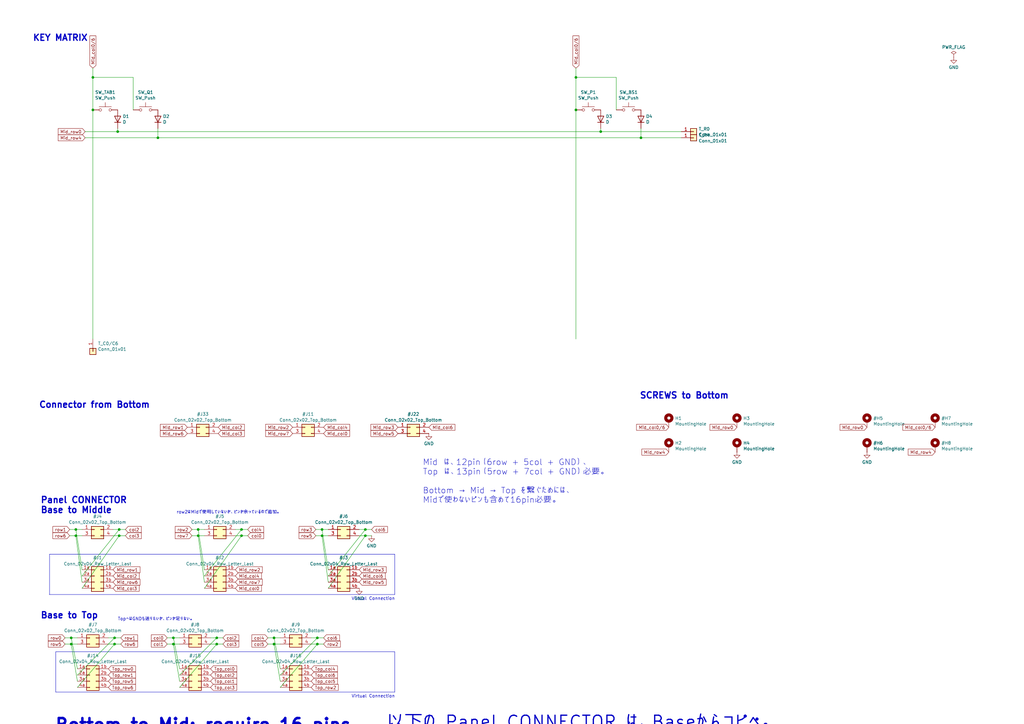
<source format=kicad_sch>
(kicad_sch (version 20231120) (generator "eeschema") (generator_version "8.0")
  (paper "A3")
  (title_block (title "Sandy") (date "2023-01-04") (rev "v.0") (company "@jpskenn"))
  (lib_symbols
    (symbol "Connector_Generic:Conn_01x01" (pin_names (offset 1.016) hide)
      (property "Reference" "J" (at 0 2.54 0))
      (property "Value" "Conn_01x01" (at 0 -2.54 0))
      (symbol "Conn_01x01_1_1"
        (rectangle (start -1.27 0.127) (end 0 -0.127) (stroke (width 0.1524)))
        (rectangle (start -1.27 1.27) (end 1.27 -1.27) (stroke (width 0.254)) (fill (type background)))
        (pin passive line (at -5.08 0 0) (length 3.81) (name "Pin_1") (number "1"))
      )
    )
    (symbol "Connector_Generic:Conn_02x02_Odd_Even" (pin_names (offset 1.016) hide)
      (property "Reference" "J" (at 1.27 2.54 0))
      (property "Value" "Conn_02x02_Odd_Even" (at 1.27 -5.08 0))
      (symbol "Conn_02x02_Odd_Even_1_1"
        (rectangle (start -1.27 -2.413) (end 0 -2.667) (stroke (width 0.1524)))
        (rectangle (start -1.27 0.127) (end 0 -0.127) (stroke (width 0.1524)))
        (rectangle (start -1.27 1.27) (end 3.81 -3.81) (stroke (width 0.254)) (fill (type background)))
        (rectangle (start 3.81 -2.413) (end 2.54 -2.667) (stroke (width 0.1524)))
        (rectangle (start 3.81 0.127) (end 2.54 -0.127) (stroke (width 0.1524)))
        (pin passive line (at -5.08 0 0) (length 3.81) (name "Pin_1") (number "1"))
        (pin passive line (at 7.62 0 180) (length 3.81) (name "Pin_2") (number "2"))
        (pin passive line (at -5.08 -2.54 0) (length 3.81) (name "Pin_3") (number "3"))
        (pin passive line (at 7.62 -2.54 180) (length 3.81) (name "Pin_4") (number "4"))
      )
    )
    (symbol "Connector_Generic:Conn_02x04_Row_Letter_Last" (pin_names (offset 1.016) hide)
      (property "Reference" "J" (at 1.27 5.08 0))
      (property "Value" "Conn_02x04_Row_Letter_Last" (at 1.27 -7.62 0))
      (symbol "Conn_02x04_Row_Letter_Last_1_1"
        (rectangle (start -1.27 -4.953) (end 0 -5.207) (stroke (width 0.1524)))
        (rectangle (start -1.27 -2.413) (end 0 -2.667) (stroke (width 0.1524)))
        (rectangle (start -1.27 0.127) (end 0 -0.127) (stroke (width 0.1524)))
        (rectangle (start -1.27 2.667) (end 0 2.413) (stroke (width 0.1524)))
        (rectangle (start -1.27 3.81) (end 3.81 -6.35) (stroke (width 0.254)) (fill (type background)))
        (rectangle (start 3.81 -4.953) (end 2.54 -5.207) (stroke (width 0.1524)))
        (rectangle (start 3.81 -2.413) (end 2.54 -2.667) (stroke (width 0.1524)))
        (rectangle (start 3.81 0.127) (end 2.54 -0.127) (stroke (width 0.1524)))
        (rectangle (start 3.81 2.667) (end 2.54 2.413) (stroke (width 0.1524)))
        (pin passive line (at -5.08 2.54 0) (length 3.81) (name "Pin_1a") (number "1a"))
        (pin passive line (at 7.62 2.54 180) (length 3.81) (name "Pin_1b") (number "1b"))
        (pin passive line (at -5.08 0 0) (length 3.81) (name "Pin_2a") (number "2a"))
        (pin passive line (at 7.62 0 180) (length 3.81) (name "Pin_2b") (number "2b"))
        (pin passive line (at -5.08 -2.54 0) (length 3.81) (name "Pin_3a") (number "3a"))
        (pin passive line (at 7.62 -2.54 180) (length 3.81) (name "Pin_3b") (number "3b"))
        (pin passive line (at -5.08 -5.08 0) (length 3.81) (name "Pin_4a") (number "4a"))
        (pin passive line (at 7.62 -5.08 180) (length 3.81) (name "Pin_4b") (number "4b"))
      )
    )
    (symbol "Device:D" (pin_numbers hide) (pin_names (offset 1.016) hide)
      (property "Reference" "D" (at 0 2.54 0))
      (property "Value" "D" (at 0 -2.54 0))
      (symbol "D_0_1"
        (polyline (pts (xy -1.27 1.27) (xy -1.27 -1.27)) (stroke (width 0.254)))
        (polyline (pts (xy 1.27 0) (xy -1.27 0)))
        (polyline (pts (xy 1.27 1.27) (xy 1.27 -1.27) (xy -1.27 0) (xy 1.27 1.27)) (stroke (width 0.254)))
      )
      (symbol "D_1_1"
        (pin passive line (at -3.81 0 0) (length 2.54) (name "K") (number "1"))
        (pin passive line (at 3.81 0 180) (length 2.54) (name "A") (number "2"))
      )
    )
    (symbol "Mechanical:MountingHole_Pad" (pin_numbers hide) (pin_names (offset 1.016) hide)
      (property "Reference" "H" (at 0 6.35 0))
      (property "Value" "MountingHole_Pad" (at 0 4.445 0))
      (symbol "MountingHole_Pad_0_1"
        (circle (center 0 1.27) (radius 1.27) (stroke (width 1.27)))
      )
      (symbol "MountingHole_Pad_1_1"
        (pin input line (at 0 -2.54 90) (length 2.54) (name "1") (number "1"))
      )
    )
    (symbol "Switch:SW_Push" (pin_numbers hide) (pin_names (offset 1.016) hide)
      (property "Reference" "SW" (at 1.27 2.54 0))
      (property "Value" "SW_Push" (at 0 -1.524 0))
      (symbol "SW_Push_0_1"
        (circle (center -2.032 0) (radius 0.508))
        (polyline (pts (xy 0 1.27) (xy 0 3.048)))
        (polyline (pts (xy 2.54 1.27) (xy -2.54 1.27)))
        (circle (center 2.032 0) (radius 0.508))
        (pin passive line (at -5.08 0 0) (length 2.54) (name "1") (number "1"))
        (pin passive line (at 5.08 0 180) (length 2.54) (name "2") (number "2"))
      )
    )
    (symbol "power:GND" (power) (pin_numbers hide) (pin_names (offset 0) hide)
      (property "Value" "GND" (at 0 -3.81 0))
      (symbol "GND_0_1"
        (polyline (pts (xy 0 0) (xy 0 -1.27) (xy 1.27 -1.27) (xy 0 -2.54) (xy -1.27 -1.27) (xy 0 -1.27)))
      )
      (symbol "GND_1_1"
        (pin power_in line (at 0 0 270) (length 0) (name "~") (number "1"))
      )
    )
    (symbol "power:PWR_FLAG" (power) (pin_numbers hide) (pin_names (offset 0) hide)
      (property "Value" "PWR_FLAG" (at 0 3.81 0))
      (symbol "PWR_FLAG_0_0"
        (pin power_out line (at 0 0 90) (length 0) (name "~") (number "1"))
      )
      (symbol "PWR_FLAG_0_1"
        (polyline (pts (xy 0 0) (xy 0 1.27) (xy -1.016 1.905) (xy 0 2.54) (xy 1.016 1.905) (xy 0 1.27)))
      )
    )
  )
  (bus_alias "def-a" (members "row0" "row5" "col0" "col1"))
  (junction (at 236.22 45.085))
  (junction (at 130.175 264.16))
  (junction (at 132.08 219.71))
  (junction (at 31.115 217.17))
  (junction (at 48.895 217.17))
  (junction (at 112.395 264.16))
  (junction (at 48.26 53.975))
  (junction (at 48.895 219.71))
  (junction (at 149.86 219.71))
  (junction (at 46.99 264.16))
  (junction (at 99.06 217.17))
  (junction (at 29.21 261.62))
  (junction (at 64.77 56.515))
  (junction (at 71.12 261.62))
  (junction (at 262.89 56.515))
  (junction (at 31.115 219.71))
  (junction (at 236.22 31.75))
  (junction (at 81.28 219.71))
  (junction (at 38.1 31.75))
  (junction (at 132.08 217.17))
  (junction (at 246.38 53.975))
  (junction (at 29.21 264.16))
  (junction (at 88.9 261.62))
  (junction (at 38.1 45.085))
  (junction (at 149.86 217.17))
  (junction (at 71.12 264.16))
  (junction (at 46.99 261.62))
  (junction (at 112.395 261.62))
  (junction (at 130.175 261.62))
  (junction (at 99.06 219.71))
  (junction (at 81.28 217.17))
  (junction (at 88.9 264.16))
  (wire (pts (xy 127.635 261.62) (xy 130.175 261.62)))
  (wire (pts (xy 246.38 52.705) (xy 246.38 53.975)))
  (wire (pts (xy 68.58 264.16) (xy 71.12 264.16)))
  (wire (pts (xy 130.175 264.16) (xy 127.635 264.16)))
  (wire (pts (xy 132.08 219.71) (xy 134.62 219.71)))
  (wire (pts (xy 236.22 27.94) (xy 236.22 31.75)))
  (wire (pts (xy 246.38 53.975) (xy 279.4 53.975)))
  (wire (pts (xy 112.395 264.16) (xy 114.935 264.16)))
  (polyline (pts (xy 20.2107 243.84) (xy 161.925 243.84)))
  (polyline (pts (xy 22.86 267.335) (xy 161.925 267.335)))
  (polyline (pts (xy 22.86 267.335) (xy 22.86 283.845)))
  (wire (pts (xy 48.895 217.17) (xy 51.435 217.17)))
  (wire (pts (xy 262.89 52.705) (xy 262.89 56.515)))
  (wire (pts (xy 109.855 261.62) (xy 112.395 261.62)))
  (wire (pts (xy 147.32 217.17) (xy 149.86 217.17)))
  (polyline (pts (xy 161.925 267.335) (xy 161.925 283.845)))
  (polyline (pts (xy 20.32 227.33) (xy 20.32 243.84)))
  (wire (pts (xy 28.575 219.71) (xy 31.115 219.71)))
  (wire (pts (xy 134.62 238.76) (xy 132.08 219.71)))
  (wire (pts (xy 73.66 276.86) (xy 88.9 261.62)))
  (wire (pts (xy 73.66 279.4) (xy 71.12 264.16)))
  (wire (pts (xy 29.21 261.62) (xy 31.75 261.62)))
  (wire (pts (xy 38.1 27.94) (xy 38.1 31.75)))
  (wire (pts (xy 81.28 217.17) (xy 83.82 217.17)))
  (wire (pts (xy 26.67 264.16) (xy 29.21 264.16)))
  (wire (pts (xy 99.06 219.71) (xy 101.6 219.71)))
  (wire (pts (xy 73.66 274.32) (xy 71.12 261.62)))
  (wire (pts (xy 96.52 217.17) (xy 99.06 217.17)))
  (wire (pts (xy 99.06 217.17) (xy 101.6 217.17)))
  (wire (pts (xy 44.45 261.62) (xy 46.99 261.62)))
  (wire (pts (xy 147.32 219.71) (xy 149.86 219.71)))
  (wire (pts (xy 49.53 264.16) (xy 46.99 264.16)))
  (wire (pts (xy 28.575 217.17) (xy 31.115 217.17)))
  (wire (pts (xy 73.66 281.94) (xy 88.9 264.16)))
  (wire (pts (xy 38.1 31.75) (xy 38.1 45.085)))
  (wire (pts (xy 88.9 261.62) (xy 91.44 261.62)))
  (wire (pts (xy 46.99 261.62) (xy 49.53 261.62)))
  (wire (pts (xy 34.925 56.515) (xy 64.77 56.515)))
  (wire (pts (xy 129.54 217.17) (xy 132.08 217.17)))
  (wire (pts (xy 81.28 219.71) (xy 83.82 219.71)))
  (wire (pts (xy 38.1 45.085) (xy 38.1 139.065)))
  (wire (pts (xy 252.73 31.75) (xy 236.22 31.75)))
  (wire (pts (xy 31.75 276.86) (xy 46.99 261.62)))
  (wire (pts (xy 48.895 219.71) (xy 51.435 219.71)))
  (wire (pts (xy 130.175 264.16) (xy 132.715 264.16)))
  (wire (pts (xy 46.355 217.17) (xy 48.895 217.17)))
  (wire (pts (xy 129.54 219.71) (xy 132.08 219.71)))
  (wire (pts (xy 149.86 219.71) (xy 152.4 219.71)))
  (wire (pts (xy 31.115 217.17) (xy 33.655 217.17)))
  (wire (pts (xy 134.62 241.3) (xy 149.86 219.71)))
  (wire (pts (xy 86.36 261.62) (xy 88.9 261.62)))
  (polyline (pts (xy 22.86 283.845) (xy 161.925 283.845)))
  (polyline (pts (xy 20.32 227.33) (xy 161.925 227.33)))
  (wire (pts (xy 64.77 52.705) (xy 64.77 56.515)))
  (wire (pts (xy 114.935 279.4) (xy 112.395 264.16)))
  (wire (pts (xy 33.655 238.76) (xy 31.115 219.71)))
  (wire (pts (xy 114.935 276.86) (xy 130.175 261.62)))
  (wire (pts (xy 71.12 261.62) (xy 73.66 261.62)))
  (wire (pts (xy 71.12 264.16) (xy 73.66 264.16)))
  (wire (pts (xy 96.52 219.71) (xy 99.06 219.71)))
  (wire (pts (xy 48.26 52.705) (xy 48.26 53.975)))
  (wire (pts (xy 130.175 261.62) (xy 132.715 261.62)))
  (wire (pts (xy 38.1 31.75) (xy 54.61 31.75)))
  (wire (pts (xy 83.82 238.76) (xy 81.28 219.71)))
  (wire (pts (xy 114.935 281.94) (xy 130.175 264.16)))
  (wire (pts (xy 114.935 274.32) (xy 112.395 261.62)))
  (wire (pts (xy 236.22 45.085) (xy 236.22 139.065)))
  (wire (pts (xy 29.21 264.16) (xy 31.75 264.16)))
  (wire (pts (xy 26.67 261.62) (xy 29.21 261.62)))
  (wire (pts (xy 33.655 236.22) (xy 48.895 217.17)))
  (wire (pts (xy 31.115 219.71) (xy 33.655 219.71)))
  (wire (pts (xy 46.355 219.71) (xy 48.895 219.71)))
  (wire (pts (xy 149.86 217.17) (xy 152.4 217.17)))
  (wire (pts (xy 31.75 274.32) (xy 29.21 261.62)))
  (wire (pts (xy 31.75 279.4) (xy 29.21 264.16)))
  (wire (pts (xy 64.77 56.515) (xy 262.89 56.515)))
  (wire (pts (xy 236.22 31.75) (xy 236.22 45.085)))
  (polyline (pts (xy 161.925 227.33) (xy 161.925 243.84)))
  (wire (pts (xy 132.08 217.17) (xy 134.62 217.17)))
  (wire (pts (xy 78.74 219.71) (xy 81.28 219.71)))
  (wire (pts (xy 31.75 281.94) (xy 46.99 264.16)))
  (wire (pts (xy 252.73 31.75) (xy 252.73 45.085)))
  (wire (pts (xy 68.58 261.62) (xy 71.12 261.62)))
  (wire (pts (xy 33.655 233.68) (xy 31.115 217.17)))
  (wire (pts (xy 83.82 236.22) (xy 99.06 217.17)))
  (wire (pts (xy 91.44 264.16) (xy 88.9 264.16)))
  (wire (pts (xy 46.99 264.16) (xy 44.45 264.16)))
  (wire (pts (xy 48.26 53.975) (xy 246.38 53.975)))
  (wire (pts (xy 83.82 233.68) (xy 81.28 217.17)))
  (wire (pts (xy 34.925 53.975) (xy 48.26 53.975)))
  (wire (pts (xy 112.395 261.62) (xy 114.935 261.62)))
  (wire (pts (xy 109.855 264.16) (xy 112.395 264.16)))
  (wire (pts (xy 279.4 56.515) (xy 262.89 56.515)))
  (wire (pts (xy 33.655 241.3) (xy 48.895 219.71)))
  (wire (pts (xy 88.9 264.16) (xy 86.36 264.16)))
  (wire (pts (xy 78.74 217.17) (xy 81.28 217.17)))
  (wire (pts (xy 54.61 31.75) (xy 54.61 45.085)))
  (wire (pts (xy 134.62 233.68) (xy 132.08 217.17)))
  (wire (pts (xy 83.82 241.3) (xy 99.06 219.71)))
  (wire (pts (xy 134.62 236.22) (xy 149.86 217.17)))
  (text "コピペ手順\n\n1. Baseの回路図から \"Panel CONNECTOR\" の箇所をまるごとコピペ\n2. Baseのコネクタ（J6,7,8,9.10,15）の頭に \"#\" をつけて仮想シンボル化\n　　例： J6 → #J6" (at 158.115 352.425 0) (effects (font (size 2.54 2.54)) (justify left bottom)))
  (text "row2はMidで使用していないが、ピンが余っているので追加。" (at 72.39 210.185 0) (effects (font (size 1.27 1.27)) (justify left)))
  (text "以下の Panel CONNECTOR は、Baseからコピペ。\nERCの警告「別パネルのラベルがどこにも接続されていない」は、無視してOK。\n\n！！！他の警告（ラベルかぶりとか）は、しっかりチェックせよ！！！" (at 158.115 323.85 0) (effects (font (size 5.08 5.08) (thickness 0.508) (bold yes)) (justify left bottom)))
  (text "Connector from Bottom" (at 15.875 167.64 0) (effects (font (size 2.54 2.54) (thickness 0.508) (bold yes)) (justify left bottom)))
  (text "SCREWS to Bottom" (at 262.255 163.83 0) (effects (font (size 2.54 2.54) (thickness 0.508) (bold yes)) (justify left bottom)))
  (text "Mid　は、12pin（6row + 5col + GND）、\nTop　は、13pin（5row + 7col + GND）必要。\n\nBottom → Mid → Top を繋ぐためには、\nMidで使わないピンも含めて16pin必要。" (at 173.355 197.485 0) (effects (font (size 2.4 2.4)) (justify left)))
  (text "Virtual Connection" (at 144.145 246.38 0) (effects (font (size 1.27 1.27)) (justify left bottom)))
  (text "Base to Top" (at 16.51 254 0) (effects (font (size 2.54 2.54) (thickness 0.508) (bold yes)) (justify left bottom)))
  (text "TopへはGNDも送りたいが、ピンが足りない。" (at 48.26 254 0) (effects (font (size 1.27 1.27)) (justify left)))
  (text "KEY MATRIX" (at 13.335 17.145 0) (effects (font (size 2.54 2.54) (thickness 0.508) (bold yes)) (justify left bottom)))
  (text "Bottom to Mid: require 16 pins\n\nMid to Top: require 13 pins" (at 22.225 316.865 0) (effects (font (size 5.08 5.08) (thickness 1.016) (bold yes)) (justify left bottom)))
  (text "Panel CONNECTOR\nBase to Middle" (at 16.51 210.82 0) (effects (font (size 2.54 2.54) (thickness 0.508) (bold yes)) (justify left bottom)))
  (text "Virtual Connection" (at 144.145 286.385 0) (effects (font (size 1.27 1.27)) (justify left bottom)))
  (global_label "Top_col2" (shape input) (at 86.36 276.86 0) (property "Intersheetrefs" "${INTERSHEET_REFS}" (effects (hide yes))) (property "シート間のリファレンス" "${INTERSHEET_REFS}" (effects (hide yes))))
  (global_label "row1" (shape input) (at 28.575 217.17 180) (property "Intersheetrefs" "${INTERSHEET_REFS}" (effects (hide yes))) (property "シート間のリファレンス" "${INTERSHEET_REFS}" (effects (hide yes))))
  (global_label "Mid_row3" (shape input) (at 147.32 233.68 0) (property "Intersheetrefs" "${INTERSHEET_REFS}" (effects (hide yes))) (property "シート間のリファレンス" "${INTERSHEET_REFS}" (effects (hide yes))))
  (global_label "col0" (shape input) (at 101.6 219.71 0) (property "Intersheetrefs" "${INTERSHEET_REFS}" (effects (hide yes))) (property "シート間のリファレンス" "${INTERSHEET_REFS}" (effects (hide yes))))
  (global_label "Top_col1" (shape input) (at 86.36 279.4 0) (property "Intersheetrefs" "${INTERSHEET_REFS}" (effects (hide yes))) (property "シート間のリファレンス" "${INTERSHEET_REFS}" (effects (hide yes))))
  (global_label "col3" (shape input) (at 91.44 264.16 0) (property "Intersheetrefs" "${INTERSHEET_REFS}" (effects (hide yes))) (property "シート間のリファレンス" "${INTERSHEET_REFS}" (effects (hide yes))))
  (global_label "Mid_col0" (shape input) (at 96.52 241.3 0) (property "Intersheetrefs" "${INTERSHEET_REFS}" (effects (hide yes))) (property "シート間のリファレンス" "${INTERSHEET_REFS}" (effects (hide yes))))
  (global_label "row0" (shape input) (at 26.67 261.62 180) (property "Intersheetrefs" "${INTERSHEET_REFS}" (effects (hide yes))) (property "シート間のリファレンス" "${INTERSHEET_REFS}" (effects (hide yes))))
  (global_label "Mid_row4" (shape input) (at 274.32 185.42 180) (property "Intersheetrefs" "${INTERSHEET_REFS}" (effects (hide yes))) (property "シート間のリファレンス" "${INTERSHEET_REFS}" (effects (hide yes))))
  (global_label "row6" (shape input) (at 28.575 219.71 180) (property "Intersheetrefs" "${INTERSHEET_REFS}" (effects (hide yes))) (property "シート間のリファレンス" "${INTERSHEET_REFS}" (effects (hide yes))))
  (global_label "Mid_col0{slash}6" (shape input) (at 38.1 27.94 90) (property "Intersheetrefs" "${INTERSHEET_REFS}" (effects (hide yes))) (property "シート間のリファレンス" "${INTERSHEET_REFS}" (effects (hide yes))))
  (global_label "col2" (shape input) (at 91.44 261.62 0) (property "Intersheetrefs" "${INTERSHEET_REFS}" (effects (hide yes))) (property "シート間のリファレンス" "${INTERSHEET_REFS}" (effects (hide yes))))
  (global_label "Mid_row2" (shape input) (at 120.015 175.26 180) (property "Intersheetrefs" "${INTERSHEET_REFS}" (effects (hide yes))) (property "シート間のリファレンス" "${INTERSHEET_REFS}" (effects (hide yes))))
  (global_label "row3" (shape input) (at 129.54 217.17 180) (property "Intersheetrefs" "${INTERSHEET_REFS}" (effects (hide yes))) (property "シート間のリファレンス" "${INTERSHEET_REFS}" (effects (hide yes))))
  (global_label "col6" (shape input) (at 152.4 217.17 0) (property "Intersheetrefs" "${INTERSHEET_REFS}" (effects (hide yes))) (property "シート間のリファレンス" "${INTERSHEET_REFS}" (effects (hide yes))))
  (global_label "Top_col3" (shape input) (at 86.36 281.94 0) (property "Intersheetrefs" "${INTERSHEET_REFS}" (effects (hide yes))) (property "シート間のリファレンス" "${INTERSHEET_REFS}" (effects (hide yes))))
  (global_label "Top_row6" (shape input) (at 44.45 281.94 0) (property "Intersheetrefs" "${INTERSHEET_REFS}" (effects (hide yes))) (property "シート間のリファレンス" "${INTERSHEET_REFS}" (effects (hide yes))))
  (global_label "Mid_row7" (shape input) (at 96.52 238.76 0) (property "Intersheetrefs" "${INTERSHEET_REFS}" (effects (hide yes))) (property "シート間のリファレンス" "${INTERSHEET_REFS}" (effects (hide yes))))
  (global_label "row7" (shape input) (at 78.74 219.71 180) (property "Intersheetrefs" "${INTERSHEET_REFS}" (effects (hide yes))) (property "シート間のリファレンス" "${INTERSHEET_REFS}" (effects (hide yes))))
  (global_label "row5" (shape input) (at 26.67 264.16 180) (property "Intersheetrefs" "${INTERSHEET_REFS}" (effects (hide yes))) (property "シート間のリファレンス" "${INTERSHEET_REFS}" (effects (hide yes))))
  (global_label "row2" (shape input) (at 132.715 264.16 0) (property "Intersheetrefs" "${INTERSHEET_REFS}" (effects (hide yes))) (property "シート間のリファレンス" "${INTERSHEET_REFS}" (effects (hide yes))))
  (global_label "Top_col4" (shape input) (at 127.635 274.32 0) (property "Intersheetrefs" "${INTERSHEET_REFS}" (effects (hide yes))) (property "シート間のリファレンス" "${INTERSHEET_REFS}" (effects (hide yes))))
  (global_label "Mid_col2" (shape input) (at 89.535 175.26 0) (property "Intersheetrefs" "${INTERSHEET_REFS}" (effects (hide yes))) (property "シート間のリファレンス" "${INTERSHEET_REFS}" (effects (hide yes))))
  (global_label "Mid_col0{slash}6" (shape input) (at 383.54 175.26 180) (property "Intersheetrefs" "${INTERSHEET_REFS}" (effects (hide yes))) (property "シート間のリファレンス" "${INTERSHEET_REFS}" (effects (hide yes))))
  (global_label "row1" (shape input) (at 49.53 261.62 0) (property "Intersheetrefs" "${INTERSHEET_REFS}" (effects (hide yes))) (property "シート間のリファレンス" "${INTERSHEET_REFS}" (effects (hide yes))))
  (global_label "Mid_col3" (shape input) (at 89.535 177.8 0) (property "Intersheetrefs" "${INTERSHEET_REFS}" (effects (hide yes))) (property "シート間のリファレンス" "${INTERSHEET_REFS}" (effects (hide yes))))
  (global_label "Mid_row0" (shape input) (at 302.26 175.26 180) (property "Intersheetrefs" "${INTERSHEET_REFS}" (effects (hide yes))) (property "シート間のリファレンス" "${INTERSHEET_REFS}" (effects (hide yes))))
  (global_label "Mid_col0{slash}6" (shape input) (at 236.22 27.94 90) (property "Intersheetrefs" "${INTERSHEET_REFS}" (effects (hide yes))) (property "シート間のリファレンス" "${INTERSHEET_REFS}" (effects (hide yes))))
  (global_label "Top_col5" (shape input) (at 127.635 279.4 0) (property "Intersheetrefs" "${INTERSHEET_REFS}" (effects (hide yes))) (property "シート間のリファレンス" "${INTERSHEET_REFS}" (effects (hide yes))))
  (global_label "Mid_col6" (shape input) (at 147.32 236.22 0) (property "Intersheetrefs" "${INTERSHEET_REFS}" (effects (hide yes))) (property "シート間のリファレンス" "${INTERSHEET_REFS}" (effects (hide yes))))
  (global_label "Mid_row0" (shape input) (at 34.925 53.975 180) (property "Intersheetrefs" "${INTERSHEET_REFS}" (effects (hide yes))) (property "シート間のリファレンス" "${INTERSHEET_REFS}" (effects (hide yes))))
  (global_label "col4" (shape input) (at 109.855 261.62 180) (property "Intersheetrefs" "${INTERSHEET_REFS}" (effects (hide yes))) (property "シート間のリファレンス" "${INTERSHEET_REFS}" (effects (hide yes))))
  (global_label "row2" (shape input) (at 78.74 217.17 180) (property "Intersheetrefs" "${INTERSHEET_REFS}" (effects (hide yes))) (property "シート間のリファレンス" "${INTERSHEET_REFS}" (effects (hide yes))))
  (global_label "col1" (shape input) (at 68.58 264.16 180) (property "Intersheetrefs" "${INTERSHEET_REFS}" (effects (hide yes))) (property "シート間のリファレンス" "${INTERSHEET_REFS}" (effects (hide yes))))
  (global_label "Mid_col2" (shape input) (at 46.355 236.22 0) (property "Intersheetrefs" "${INTERSHEET_REFS}" (effects (hide yes))) (property "シート間のリファレンス" "${INTERSHEET_REFS}" (effects (hide yes))))
  (global_label "col6" (shape input) (at 132.715 261.62 0) (property "Intersheetrefs" "${INTERSHEET_REFS}" (effects (hide yes))) (property "シート間のリファレンス" "${INTERSHEET_REFS}" (effects (hide yes))))
  (global_label "col3" (shape input) (at 51.435 219.71 0) (property "Intersheetrefs" "${INTERSHEET_REFS}" (effects (hide yes))) (property "シート間のリファレンス" "${INTERSHEET_REFS}" (effects (hide yes))))
  (global_label "Mid_col0" (shape input) (at 132.715 177.8 0) (property "Intersheetrefs" "${INTERSHEET_REFS}" (effects (hide yes))) (property "シート間のリファレンス" "${INTERSHEET_REFS}" (effects (hide yes))))
  (global_label "Top_col0" (shape input) (at 86.36 274.32 0) (property "Intersheetrefs" "${INTERSHEET_REFS}" (effects (hide yes))) (property "シート間のリファレンス" "${INTERSHEET_REFS}" (effects (hide yes))))
  (global_label "Mid_col4" (shape input) (at 96.52 236.22 0) (property "Intersheetrefs" "${INTERSHEET_REFS}" (effects (hide yes))) (property "シート間のリファレンス" "${INTERSHEET_REFS}" (effects (hide yes))))
  (global_label "Mid_row4" (shape input) (at 383.54 185.42 180) (property "Intersheetrefs" "${INTERSHEET_REFS}" (effects (hide yes))) (property "シート間のリファレンス" "${INTERSHEET_REFS}" (effects (hide yes))))
  (global_label "Top_row0" (shape input) (at 44.45 274.32 0) (property "Intersheetrefs" "${INTERSHEET_REFS}" (effects (hide yes))) (property "シート間のリファレンス" "${INTERSHEET_REFS}" (effects (hide yes))))
  (global_label "Top_col6" (shape input) (at 127.635 276.86 0) (property "Intersheetrefs" "${INTERSHEET_REFS}" (effects (hide yes))) (property "シート間のリファレンス" "${INTERSHEET_REFS}" (effects (hide yes))))
  (global_label "Top_row1" (shape input) (at 44.45 276.86 0) (property "Intersheetrefs" "${INTERSHEET_REFS}" (effects (hide yes))) (property "シート間のリファレンス" "${INTERSHEET_REFS}" (effects (hide yes))))
  (global_label "Top_row2" (shape input) (at 127.635 281.94 0) (property "Intersheetrefs" "${INTERSHEET_REFS}" (effects (hide yes))) (property "シート間のリファレンス" "${INTERSHEET_REFS}" (effects (hide yes))))
  (global_label "Mid_row3" (shape input) (at 163.195 175.26 180) (property "Intersheetrefs" "${INTERSHEET_REFS}" (effects (hide yes))) (property "シート間のリファレンス" "${INTERSHEET_REFS}" (effects (hide yes))))
  (global_label "Mid_row4" (shape input) (at 34.925 56.515 180) (property "Intersheetrefs" "${INTERSHEET_REFS}" (effects (hide yes))) (property "シート間のリファレンス" "${INTERSHEET_REFS}" (effects (hide yes))))
  (global_label "row5" (shape input) (at 129.54 219.71 180) (property "Intersheetrefs" "${INTERSHEET_REFS}" (effects (hide yes))) (property "シート間のリファレンス" "${INTERSHEET_REFS}" (effects (hide yes))))
  (global_label "col2" (shape input) (at 51.435 217.17 0) (property "Intersheetrefs" "${INTERSHEET_REFS}" (effects (hide yes))) (property "シート間のリファレンス" "${INTERSHEET_REFS}" (effects (hide yes))))
  (global_label "Mid_row7" (shape input) (at 120.015 177.8 180) (property "Intersheetrefs" "${INTERSHEET_REFS}" (effects (hide yes))) (property "シート間のリファレンス" "${INTERSHEET_REFS}" (effects (hide yes))))
  (global_label "Mid_col3" (shape input) (at 46.355 241.3 0) (property "Intersheetrefs" "${INTERSHEET_REFS}" (effects (hide yes))) (property "シート間のリファレンス" "${INTERSHEET_REFS}" (effects (hide yes))))
  (global_label "Mid_row5" (shape input) (at 147.32 238.76 0) (property "Intersheetrefs" "${INTERSHEET_REFS}" (effects (hide yes))) (property "シート間のリファレンス" "${INTERSHEET_REFS}" (effects (hide yes))))
  (global_label "col0" (shape input) (at 68.58 261.62 180) (property "Intersheetrefs" "${INTERSHEET_REFS}" (effects (hide yes))) (property "シート間のリファレンス" "${INTERSHEET_REFS}" (effects (hide yes))))
  (global_label "Mid_row1" (shape input) (at 76.835 175.26 180) (property "Intersheetrefs" "${INTERSHEET_REFS}" (effects (hide yes))) (property "シート間のリファレンス" "${INTERSHEET_REFS}" (effects (hide yes))))
  (global_label "Top_row5" (shape input) (at 44.45 279.4 0) (property "Intersheetrefs" "${INTERSHEET_REFS}" (effects (hide yes))) (property "シート間のリファレンス" "${INTERSHEET_REFS}" (effects (hide yes))))
  (global_label "Mid_col6" (shape input) (at 175.895 175.26 0) (property "Intersheetrefs" "${INTERSHEET_REFS}" (effects (hide yes))) (property "シート間のリファレンス" "${INTERSHEET_REFS}" (effects (hide yes))))
  (global_label "Mid_row0" (shape input) (at 355.6 175.26 180) (property "Intersheetrefs" "${INTERSHEET_REFS}" (effects (hide yes))) (property "シート間のリファレンス" "${INTERSHEET_REFS}" (effects (hide yes))))
  (global_label "Mid_row6" (shape input) (at 76.835 177.8 180) (property "Intersheetrefs" "${INTERSHEET_REFS}" (effects (hide yes))) (property "シート間のリファレンス" "${INTERSHEET_REFS}" (effects (hide yes))))
  (global_label "Mid_row2" (shape input) (at 96.52 233.68 0) (property "Intersheetrefs" "${INTERSHEET_REFS}" (effects (hide yes))) (property "シート間のリファレンス" "${INTERSHEET_REFS}" (effects (hide yes))))
  (global_label "col4" (shape input) (at 101.6 217.17 0) (property "Intersheetrefs" "${INTERSHEET_REFS}" (effects (hide yes))) (property "シート間のリファレンス" "${INTERSHEET_REFS}" (effects (hide yes))))
  (global_label "col5" (shape input) (at 109.855 264.16 180) (property "Intersheetrefs" "${INTERSHEET_REFS}" (effects (hide yes))) (property "シート間のリファレンス" "${INTERSHEET_REFS}" (effects (hide yes))))
  (global_label "Mid_row1" (shape input) (at 46.355 233.68 0) (property "Intersheetrefs" "${INTERSHEET_REFS}" (effects (hide yes))) (property "シート間のリファレンス" "${INTERSHEET_REFS}" (effects (hide yes))))
  (global_label "Mid_row6" (shape input) (at 46.355 238.76 0) (property "Intersheetrefs" "${INTERSHEET_REFS}" (effects (hide yes))) (property "シート間のリファレンス" "${INTERSHEET_REFS}" (effects (hide yes))))
  (global_label "row6" (shape input) (at 49.53 264.16 0) (property "Intersheetrefs" "${INTERSHEET_REFS}" (effects (hide yes))) (property "シート間のリファレンス" "${INTERSHEET_REFS}" (effects (hide yes))))
  (global_label "Mid_col0{slash}6" (shape input) (at 274.32 175.26 180) (property "Intersheetrefs" "${INTERSHEET_REFS}" (effects (hide yes))) (property "シート間のリファレンス" "${INTERSHEET_REFS}" (effects (hide yes))))
  (global_label "Mid_row5" (shape input) (at 163.195 177.8 180) (property "Intersheetrefs" "${INTERSHEET_REFS}" (effects (hide yes))) (property "シート間のリファレンス" "${INTERSHEET_REFS}" (effects (hide yes))))
  (global_label "Mid_col4" (shape input) (at 132.715 175.26 0) (property "Intersheetrefs" "${INTERSHEET_REFS}" (effects (hide yes))) (property "シート間のリファレンス" "${INTERSHEET_REFS}" (effects (hide yes))))
  (symbol (lib_id "Mechanical:MountingHole_Pad") (at 383.54 182.88 0) (unit 1)
    (property "Reference" "#H8" (at 386.08 181.7116 0) (effects (justify left)))
    (property "Value" "MountingHole" (at 386.08 184.023 0) (effects (justify left)))
    (property "Footprint" "locallib:MountingHole_1.8-2.2mm_M2_Pad_minimal" (effects (hide yes)))
  )
  (symbol (lib_id "Device:D") (at 262.89 48.895 90) (unit 1)
    (property "Reference" "D4" (at 264.922 47.7266 90) (effects (justify right)))
    (property "Value" "D" (at 264.922 50.038 90) (effects (justify right)))
    (property "Footprint" "locallib:D_SOD-123_Emphasized_Direction_Line" (effects (hide yes)))
    (property "LCSC" "C81598" (effects (hide yes)))
    (property "Sim.Device" "D" (effects (hide yes)))
    (property "Sim.Pins" "1=K 2=A" (effects (hide yes)))
  )
  (symbol (lib_id "Mechanical:MountingHole_Pad") (at 302.26 172.72 0) (unit 1)
    (property "Reference" "H3" (at 304.8 171.5516 0) (effects (justify left)))
    (property "Value" "MountingHole" (at 304.8 173.863 0) (effects (justify left)))
    (property "Footprint" "locallib:MountingHole_2.2mm_M2_Pad_minimal" (effects (hide yes)))
  )
  (symbol (lib_id "Connector_Generic:Conn_02x04_Row_Letter_Last") (at 88.9 236.22 0) (unit 1)
    (property "Reference" "#J2" (at 90.17 228.7102 0))
    (property "Value" "Conn_02x04_Row_Letter_Last" (at 90.17 231.2471 0))
  )
  (symbol (lib_id "power:GND") (at 302.26 185.42 0) (unit 1)
    (property "Reference" "#PWR05" (effects (hide yes)))
    (property "Value" "GND" (at 302.26 189.5531 0))
    (property "Description" "Power symbol creates a global label with name \"GND\" , ground" (effects (hide yes)))
  )
  (symbol (lib_id "Switch:SW_Push") (at 257.81 45.085 0) (unit 1)
    (property "Reference" "SW_BS1" (at 257.81 37.846 0))
    (property "Value" "SW_Push" (at 257.81 40.1574 0))
    (property "Footprint" "locallib:Kailh_socket_ChocV2_for_Reverse_no_hole" (effects (hide yes)))
  )
  (symbol (lib_id "Mechanical:MountingHole_Pad") (at 302.26 182.88 0) (unit 1)
    (property "Reference" "H4" (at 304.8 181.7116 0) (effects (justify left)))
    (property "Value" "MountingHole" (at 304.8 184.023 0) (effects (justify left)))
    (property "Footprint" "locallib:MountingHole_2.2mm_M2_Pad_minimal" (effects (hide yes)))
  )
  (symbol (lib_id "Connector_Generic:Conn_02x04_Row_Letter_Last") (at 78.74 276.86 0) (unit 1)
    (property "Reference" "#J15" (at 80.01 268.9055 0))
    (property "Value" "Conn_02x04_Row_Letter_Last" (at 80.01 271.3298 0))
  )
  (symbol (lib_id "Device:D") (at 246.38 48.895 90) (unit 1)
    (property "Reference" "D3" (at 248.412 47.7266 90) (effects (justify right)))
    (property "Value" "D" (at 248.412 50.038 90) (effects (justify right)))
    (property "Footprint" "locallib:D_SOD-123_Emphasized_Direction_Line" (effects (hide yes)))
    (property "LCSC" "C81598" (effects (hide yes)))
    (property "Sim.Device" "D" (effects (hide yes)))
    (property "Sim.Pins" "1=K 2=A" (effects (hide yes)))
  )
  (symbol (lib_id "Connector_Generic:Conn_02x02_Odd_Even") (at 168.275 175.26 0) (unit 1)
    (property "Reference" "#J22" (at 169.545 169.8455 0))
    (property "Value" "Conn_02x02_Top_Bottom" (at 169.545 172.2698 0))
    (property "Footprint" "locallib:JST_SH_SM04B-SRSS-TB_1x04-1MP_P1.00mm_Horizontal_wCable_housing_spare_pin_courtyard" (effects (hide yes)))
    (property "LCSC" "C160404" (effects (hide yes)))
  )
  (symbol (lib_id "Connector_Generic:Conn_02x02_Odd_Even") (at 125.095 175.26 0) (unit 1)
    (property "Reference" "#J11" (at 126.365 169.8455 0))
    (property "Value" "Conn_02x02_Top_Bottom" (at 126.365 172.2698 0))
    (property "Footprint" "locallib:JST_SH_SM04B-SRSS-TB_1x04-1MP_P1.00mm_Horizontal_wCable_housing_spare_pin_courtyard" (effects (hide yes)))
    (property "LCSC" "C160404" (effects (hide yes)))
  )
  (symbol (lib_id "Connector_Generic:Conn_02x02_Odd_Even") (at 139.7 217.17 0) (unit 1)
    (property "Reference" "#J6" (at 140.97 211.7555 0))
    (property "Value" "Conn_02x02_Top_Bottom" (at 140.97 214.1798 0))
    (property "Footprint" "locallib:JST_SH_SM04B-SRSS-TB_1x04-1MP_P1.00mm_Horizontal_wCable_housing_spare_pin_courtyard" (effects (hide yes)))
    (property "LCSC" "C371510" (effects (hide yes)))
  )
  (symbol (lib_id "Mechanical:MountingHole_Pad") (at 274.32 172.72 0) (unit 1)
    (property "Reference" "H1" (at 276.86 171.5516 0) (effects (justify left)))
    (property "Value" "MountingHole" (at 276.86 173.863 0) (effects (justify left)))
    (property "Footprint" "locallib:MountingHole_2.2mm_M2_Pad_minimal" (effects (hide yes)))
  )
  (symbol (lib_id "Connector_Generic:Conn_02x04_Row_Letter_Last") (at 38.735 236.22 0) (unit 1)
    (property "Reference" "#J1" (at 40.005 228.7102 0))
    (property "Value" "Conn_02x04_Row_Letter_Last" (at 40.005 231.2471 0))
  )
  (symbol (lib_id "power:GND") (at 152.4 219.71 0) (unit 1)
    (property "Reference" "#PWR01" (effects (hide yes)))
    (property "Value" "GND" (at 152.4 223.8431 0))
    (property "Description" "Power symbol creates a global label with name \"GND\" , ground" (effects (hide yes)))
  )
  (symbol (lib_id "Connector_Generic:Conn_01x01") (at 284.48 53.975 0) (unit 1)
    (property "Reference" "T_R0" (at 286.512 52.9082 0) (effects (justify left)))
    (property "Value" "Conn_01x01" (at 286.512 55.2196 0) (effects (justify left)))
    (property "Footprint" "locallib:TestPoint_THTPad_D2.0mm_Drill1.0mm" (effects (hide yes)))
  )
  (symbol (lib_id "Connector_Generic:Conn_02x04_Row_Letter_Last") (at 120.015 276.86 0) (unit 1)
    (property "Reference" "#J16" (at 121.285 268.9055 0))
    (property "Value" "Conn_02x04_Row_Letter_Last" (at 121.285 271.3298 0))
  )
  (symbol (lib_id "power:GND") (at 147.32 241.3 0) (unit 1)
    (property "Reference" "#PWR04" (effects (hide yes)))
    (property "Value" "GND" (at 147.32 245.4331 0))
    (property "Description" "Power symbol creates a global label with name \"GND\" , ground" (effects (hide yes)))
  )
  (symbol (lib_id "Connector_Generic:Conn_02x04_Row_Letter_Last") (at 139.7 236.22 0) (unit 1)
    (property "Reference" "#J3" (at 140.97 228.7102 0))
    (property "Value" "Conn_02x04_Row_Letter_Last" (at 140.97 231.2471 0))
  )
  (symbol (lib_id "power:GND") (at 355.6 185.42 0) (unit 1)
    (property "Reference" "#PWR09" (effects (hide yes)))
    (property "Value" "GND" (at 355.6 189.5531 0))
    (property "Description" "Power symbol creates a global label with name \"GND\" , ground" (effects (hide yes)))
  )
  (symbol (lib_id "Switch:SW_Push") (at 241.3 45.085 0) (unit 1)
    (property "Reference" "SW_P1" (at 241.3 37.846 0))
    (property "Value" "SW_Push" (at 241.3 40.1574 0))
    (property "Footprint" "locallib:Kailh_socket_ChocV2_small_#2pad_for_Reverse_no_hole" (effects (hide yes)))
  )
  (symbol (lib_id "Connector_Generic:Conn_02x02_Odd_Even") (at 78.74 261.62 0) (unit 1)
    (property "Reference" "#J8" (at 80.01 256.2055 0))
    (property "Value" "Conn_02x02_Top_Bottom" (at 80.01 258.6298 0))
    (property "Footprint" "locallib:JST_SH_SM04B-SRSS-TB_1x04-1MP_P1.00mm_Horizontal_wCable_housing_spare_pin_courtyard" (effects (hide yes)))
    (property "LCSC" "C371510" (effects (hide yes)))
  )
  (symbol (lib_id "Mechanical:MountingHole_Pad") (at 355.6 182.88 0) (unit 1)
    (property "Reference" "#H6" (at 358.14 181.7116 0) (effects (justify left)))
    (property "Value" "MountingHole" (at 358.14 184.023 0) (effects (justify left)))
    (property "Footprint" "locallib:MountingHole_1.8-2.2mm_M2_Pad_minimal" (effects (hide yes)))
  )
  (symbol (lib_id "Device:D") (at 64.77 48.895 90) (unit 1)
    (property "Reference" "D2" (at 66.802 47.7266 90) (effects (justify right)))
    (property "Value" "D" (at 66.802 50.038 90) (effects (justify right)))
    (property "Footprint" "locallib:D_SOD-123_Emphasized_Direction_Line" (effects (hide yes)))
    (property "LCSC" "C81598" (effects (hide yes)))
    (property "Sim.Device" "D" (effects (hide yes)))
    (property "Sim.Pins" "1=K 2=A" (effects (hide yes)))
  )
  (symbol (lib_id "power:GND") (at 175.895 177.8 0) (unit 1)
    (property "Reference" "#PWR03" (effects (hide yes)))
    (property "Value" "GND" (at 175.895 181.9331 0))
    (property "Description" "Power symbol creates a global label with name \"GND\" , ground" (effects (hide yes)))
  )
  (symbol (lib_id "Connector_Generic:Conn_02x02_Odd_Even") (at 81.915 175.26 0) (unit 1)
    (property "Reference" "#J33" (at 83.185 169.8455 0))
    (property "Value" "Conn_02x02_Top_Bottom" (at 83.185 172.2698 0))
    (property "Footprint" "locallib:JST_SH_SM04B-SRSS-TB_1x04-1MP_P1.00mm_Horizontal_wCable_housing_spare_pin_courtyard" (effects (hide yes)))
    (property "LCSC" "C160404" (effects (hide yes)))
  )
  (symbol (lib_id "Mechanical:MountingHole_Pad") (at 355.6 172.72 0) (unit 1)
    (property "Reference" "#H5" (at 358.14 171.5516 0) (effects (justify left)))
    (property "Value" "MountingHole" (at 358.14 173.863 0) (effects (justify left)))
    (property "Footprint" "locallib:MountingHole_1.8-2.2mm_M2_Pad_minimal" (effects (hide yes)))
  )
  (symbol (lib_id "Connector_Generic:Conn_01x01") (at 38.1 144.145 270) (unit 1)
    (property "Reference" "T_C0/C6" (at 40.132 140.8938 90) (effects (justify left)))
    (property "Value" "Conn_01x01" (at 40.132 143.2052 90) (effects (justify left)))
    (property "Footprint" "locallib:TestPoint_THTPad_D2.0mm_Drill1.0mm" (effects (hide yes)))
  )
  (symbol (lib_id "Device:D") (at 48.26 48.895 90) (unit 1)
    (property "Reference" "D1" (at 50.292 47.7266 90) (effects (justify right)))
    (property "Value" "D" (at 50.292 50.038 90) (effects (justify right)))
    (property "Footprint" "locallib:D_SOD-123_Emphasized_Direction_Line" (effects (hide yes)))
    (property "LCSC" "C81598" (effects (hide yes)))
    (property "Sim.Device" "D" (effects (hide yes)))
    (property "Sim.Pins" "1=K 2=A" (effects (hide yes)))
  )
  (symbol (lib_id "Connector_Generic:Conn_02x02_Odd_Even") (at 120.015 261.62 0) (unit 1)
    (property "Reference" "#J9" (at 121.285 256.2055 0))
    (property "Value" "Conn_02x02_Top_Bottom" (at 121.285 258.6298 0))
    (property "Footprint" "locallib:JST_SH_SM04B-SRSS-TB_1x04-1MP_P1.00mm_Horizontal_wCable_housing_spare_pin_courtyard" (effects (hide yes)))
    (property "LCSC" "C371510" (effects (hide yes)))
  )
  (symbol (lib_id "Connector_Generic:Conn_01x01") (at 284.48 56.515 0) (unit 1)
    (property "Reference" "T_R4" (at 286.512 55.4482 0) (effects (justify left)))
    (property "Value" "Conn_01x01" (at 286.512 57.7596 0) (effects (justify left)))
    (property "Footprint" "locallib:TestPoint_THTPad_D2.0mm_Drill1.0mm" (effects (hide yes)))
  )
  (symbol (lib_id "Switch:SW_Push") (at 59.69 45.085 0) (unit 1)
    (property "Reference" "SW_Q1" (at 59.69 37.846 0))
    (property "Value" "SW_Push" (at 59.69 40.1574 0))
    (property "Footprint" "locallib:Kailh_socket_ChocV2_for_Reverse" (effects (hide yes)))
  )
  (symbol (lib_id "power:GND") (at 391.16 23.495 0) (unit 1)
    (property "Reference" "#PWR02" (effects (hide yes)))
    (property "Value" "GND" (at 391.16 27.6281 0))
    (property "Description" "Power symbol creates a global label with name \"GND\" , ground" (effects (hide yes)))
  )
  (symbol (lib_id "Switch:SW_Push") (at 43.18 45.085 0) (unit 1)
    (property "Reference" "SW_TAB1" (at 43.18 37.846 0))
    (property "Value" "SW_Push" (at 43.18 40.1574 0))
    (property "Footprint" "locallib:Kailh_socket_ChocV2_for_Reverse_narrow_#2pad" (effects (hide yes)))
  )
  (symbol (lib_id "power:PWR_FLAG") (at 391.16 23.495 0) (unit 1)
    (property "Reference" "#FLG01" (effects (hide yes)))
    (property "Value" "PWR_FLAG" (at 391.16 19.3619 0))
    (property "Description" "Special symbol for telling ERC where power comes from" (effects (hide yes)))
  )
  (symbol (lib_id "Mechanical:MountingHole_Pad") (at 274.32 182.88 0) (unit 1)
    (property "Reference" "H2" (at 276.86 181.7116 0) (effects (justify left)))
    (property "Value" "MountingHole" (at 276.86 184.023 0) (effects (justify left)))
    (property "Footprint" "locallib:MountingHole_2.2mm_M2_Pad_minimal" (effects (hide yes)))
  )
  (symbol (lib_id "Connector_Generic:Conn_02x02_Odd_Even") (at 36.83 261.62 0) (unit 1)
    (property "Reference" "#J7" (at 38.1 256.2055 0))
    (property "Value" "Conn_02x02_Top_Bottom" (at 38.1 258.6298 0))
    (property "Footprint" "locallib:JST_SH_SM04B-SRSS-TB_1x04-1MP_P1.00mm_Horizontal_wCable_housing_spare_pin_courtyard" (effects (hide yes)))
    (property "LCSC" "C371510" (effects (hide yes)))
  )
  (symbol (lib_id "Mechanical:MountingHole_Pad") (at 383.54 172.72 0) (unit 1)
    (property "Reference" "#H7" (at 386.08 171.5516 0) (effects (justify left)))
    (property "Value" "MountingHole" (at 386.08 173.863 0) (effects (justify left)))
    (property "Footprint" "locallib:MountingHole_1.8-2.2mm_M2_Pad_minimal" (effects (hide yes)))
  )
  (symbol (lib_id "Connector_Generic:Conn_02x04_Row_Letter_Last") (at 36.83 276.86 0) (unit 1)
    (property "Reference" "#J14" (at 38.1 268.9055 0))
    (property "Value" "Conn_02x04_Row_Letter_Last" (at 38.1 271.3298 0))
  )
  (symbol (lib_id "Connector_Generic:Conn_02x02_Odd_Even") (at 88.9 217.17 0) (unit 1)
    (property "Reference" "#J5" (at 90.17 211.7555 0))
    (property "Value" "Conn_02x02_Top_Bottom" (at 90.17 214.1798 0))
    (property "Footprint" "locallib:JST_SH_SM04B-SRSS-TB_1x04-1MP_P1.00mm_Horizontal_wCable_housing_spare_pin_courtyard" (effects (hide yes)))
    (property "LCSC" "C371510" (effects (hide yes)))
  )
  (symbol (lib_id "Connector_Generic:Conn_02x02_Odd_Even") (at 38.735 217.17 0) (unit 1)
    (property "Reference" "#J4" (at 40.005 211.7555 0))
    (property "Value" "Conn_02x02_Top_Bottom" (at 40.005 214.1798 0))
    (property "Footprint" "locallib:JST_SH_SM04B-SRSS-TB_1x04-1MP_P1.00mm_Horizontal_wCable_housing_spare_pin_courtyard" (effects (hide yes)))
    (property "LCSC" "C371510" (effects (hide yes)))
  )
)
</source>
